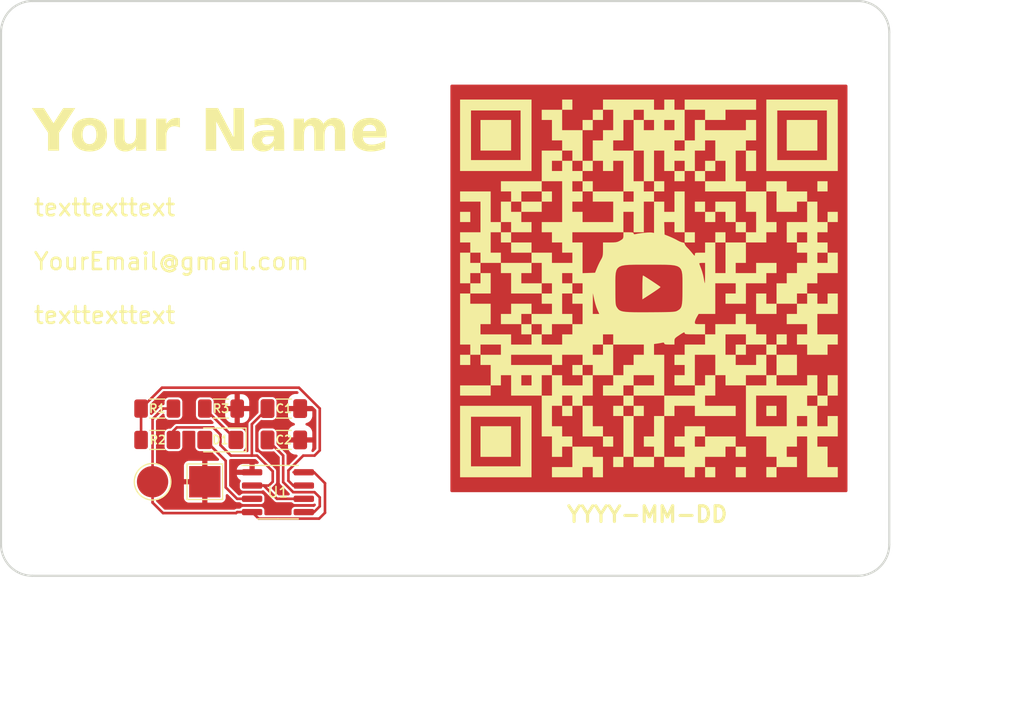
<source format=kicad_pcb>
(kicad_pcb (version 20240108) (generator "pcbnew") (generator_version "8.0")
  (title_block (title "PCB business card layout") (date "2024-12-09") (rev "1") (company "AX344") (comment 1 "Note: select \"remove order number\" when ordering"))
  (layers (0 "F.Cu" signal) (31 "B.Cu" signal) (34 "B.Paste" user) (35 "F.Paste" user) (36 "B.SilkS" user "B.Silkscreen") (37 "F.SilkS" user "F.Silkscreen") (38 "B.Mask" user) (39 "F.Mask" user) (44 "Edge.Cuts" user))
  (net 0 "")
  (net 1 "Earth")
  (net 2 "Net-(U1-THR)")
  (net 3 "Net-(D1-A)")
  (net 4 "Net-(U1-CV)")
  (net 5 "Net-(U1-DIS)")
  (net 6 "Net-(D1-K)")
  (net 7 "Net-(U1-R)")
  (footprint "TestPoint:TestPoint_Pad_3.0x3.0mm" (layer "F.Cu") (at 119.5 106)
    (property "Reference" "TP2" (hide yes))
    (property "Value" "TestPoint")
    (pad "1" smd rect (at 0 0) (size 3 3) (layers "F.Cu" "F.Mask") (net 1 "Earth"))
  )
  (footprint "Resistor_SMD:R_1206_3216Metric_Pad1.30x1.75mm_HandSolder" (layer "F.Cu") (at 114.95 99 180)
    (property "Reference" "R1" (at 0 0 0) (layer "F.SilkS") (effects (font (size 0.8 0.8))))
    (property "Value" "R")
    (pad "1" smd roundrect (at -1.55 0 180) (size 1.3 1.75) (layers "F.Cu" "F.Paste" "F.Mask") (roundrect_rratio 0.1923076923) (net 7 "Net-(U1-R)"))
    (pad "2" smd roundrect (at 1.55 0 180) (size 1.3 1.75) (layers "F.Cu" "F.Paste" "F.Mask") (roundrect_rratio 0.1923076923) (net 5 "Net-(U1-DIS)"))
  )
  (footprint "TestPoint:TestPoint_Pad_D3.0mm" (layer "F.Cu") (at 114.5 106)
    (property "Reference" "TP1" (hide yes))
    (property "Value" "TestPoint")
    (pad "1" smd circle (at 0 0) (size 3 3) (layers "F.Cu" "F.Mask") (net 7 "Net-(U1-R)"))
  )
  (footprint "LED_SMD:LED_1206_3216Metric_Pad1.42x1.75mm_HandSolder" (layer "F.Cu") (at 120.9875 102 180)
    (property "Reference" "D1" (at 0 0 0) (layer "F.SilkS") (effects (font (size 0.8 0.8))))
    (property "Value" "LED")
    (pad "1" smd roundrect (at -1.4875 0 180) (size 1.425 1.75) (layers "F.Cu" "F.Paste" "F.Mask") (roundrect_rratio 0.1754392982) (net 6 "Net-(D1-K)"))
    (pad "2" smd roundrect (at 1.4875 0 180) (size 1.425 1.75) (layers "F.Cu" "F.Paste" "F.Mask") (roundrect_rratio 0.1754392982) (net 3 "Net-(D1-A)"))
  )
  (footprint "LOGO" (layer "F.Cu") (at 162 87.5)
    (property "Reference" "G1" (hide yes))
    (property "Value" "LOGO" (hide yes))
  )
  (footprint "Capacitor_SMD:C_1206_3216Metric_Pad1.33x1.80mm_HandSolder" (layer "F.Cu") (at 127.0625 99)
    (property "Reference" "C1" (at 0 0 0) (layer "F.SilkS") (effects (font (size 0.8 0.8))))
    (property "Value" "C")
    (pad "1" smd roundrect (at -1.5625 0) (size 1.325 1.8) (layers "F.Cu" "F.Paste" "F.Mask") (roundrect_rratio 0.1886792453) (net 2 "Net-(U1-THR)"))
    (pad "2" smd roundrect (at 1.5625 0) (size 1.325 1.8) (layers "F.Cu" "F.Paste" "F.Mask") (roundrect_rratio 0.1886792453) (net 1 "Earth"))
  )
  (footprint "Package_SO:SOIC-8_3.9x4.9mm_P1.27mm" (layer "F.Cu") (at 126.5 107)
    (property "Reference" "U1" (at 0 0 0) (layer "F.SilkS"))
    (property "Value" "NE555D")
    (pad "1" smd roundrect (at -2.475 -1.905) (size 1.95 0.6) (layers "F.Cu" "F.Paste" "F.Mask") (net 1 "Earth"))
    (pad "2" smd roundrect (at -2.475 -0.635) (size 1.95 0.6) (layers "F.Cu" "F.Paste" "F.Mask") (net 2 "Net-(U1-THR)"))
    (pad "3" smd roundrect (at -2.475 0.635) (size 1.95 0.6) (layers "F.Cu" "F.Paste" "F.Mask") (net 3 "Net-(D1-A)"))
    (pad "4" smd roundrect (at -2.475 1.905) (size 1.95 0.6) (layers "F.Cu" "F.Paste" "F.Mask") (net 7 "Net-(U1-R)"))
    (pad "5" smd roundrect (at 2.475 1.905) (size 1.95 0.6) (layers "F.Cu" "F.Paste" "F.Mask") (net 4 "Net-(U1-CV)"))
    (pad "6" smd roundrect (at 2.475 0.635) (size 1.95 0.6) (layers "F.Cu" "F.Paste" "F.Mask") (net 2 "Net-(U1-THR)"))
    (pad "7" smd roundrect (at 2.475 -0.635) (size 1.95 0.6) (layers "F.Cu" "F.Paste" "F.Mask") (net 5 "Net-(U1-DIS)"))
    (pad "8" smd roundrect (at 2.475 -1.905) (size 1.95 0.6) (layers "F.Cu" "F.Paste" "F.Mask") (net 7 "Net-(U1-R)"))
  )
  (footprint "Resistor_SMD:R_1206_3216Metric_Pad1.30x1.75mm_HandSolder" (layer "F.Cu") (at 114.95 102)
    (property "Reference" "R2" (at 0.05 0 0) (layer "F.SilkS") (effects (font (size 0.8 0.8))))
    (property "Value" "R")
    (pad "1" smd roundrect (at -1.55 0) (size 1.3 1.75) (layers "F.Cu" "F.Paste" "F.Mask") (roundrect_rratio 0.1923076923) (net 5 "Net-(U1-DIS)"))
    (pad "2" smd roundrect (at 1.55 0) (size 1.3 1.75) (layers "F.Cu" "F.Paste" "F.Mask") (roundrect_rratio 0.1923076923) (net 2 "Net-(U1-THR)"))
  )
  (footprint "Capacitor_SMD:C_1206_3216Metric_Pad1.33x1.80mm_HandSolder" (layer "F.Cu") (at 127.0625 102)
    (property "Reference" "C2" (at 0 0 0) (layer "F.SilkS") (effects (font (size 0.8 0.8))))
    (property "Value" "C")
    (pad "1" smd roundrect (at -1.5625 0) (size 1.325 1.8) (layers "F.Cu" "F.Paste" "F.Mask") (roundrect_rratio 0.1886792453) (net 4 "Net-(U1-CV)"))
    (pad "2" smd roundrect (at 1.5625 0) (size 1.325 1.8) (layers "F.Cu" "F.Paste" "F.Mask") (roundrect_rratio 0.1886792453) (net 1 "Earth"))
  )
  (footprint "Resistor_SMD:R_1206_3216Metric_Pad1.30x1.75mm_HandSolder" (layer "F.Cu") (at 121.05 99)
    (property "Reference" "R3" (at 0 0 0) (layer "F.SilkS") (effects (font (size 0.8 0.8))))
    (property "Value" "R")
    (pad "1" smd roundrect (at -1.55 0) (size 1.3 1.75) (layers "F.Cu" "F.Paste" "F.Mask") (roundrect_rratio 0.1923076923) (net 6 "Net-(D1-K)"))
    (pad "2" smd roundrect (at 1.55 0) (size 1.3 1.75) (layers "F.Cu" "F.Paste" "F.Mask") (roundrect_rratio 0.1923076923) (net 1 "Earth"))
  )
  (gr_line (start 182 115) (end 103 115) (stroke (width 0.2)) (layer "Edge.Cuts"))
  (gr_arc (start 182 60) (mid 184.121321 60.878679) (end 185 63) (stroke (width 0.2)) (layer "Edge.Cuts"))
  (gr_line (start 185 63) (end 185 112) (stroke (width 0.2)) (layer "Edge.Cuts"))
  (gr_arc (start 100 63) (mid 100.878679 60.878679) (end 103 60) (stroke (width 0.2)) (layer "Edge.Cuts"))
  (gr_line (start 103 60) (end 182 60) (stroke (width 0.2)) (layer "Edge.Cuts"))
  (gr_line (start 100 112) (end 100 63) (stroke (width 0.2)) (layer "Edge.Cuts"))
  (gr_arc (start 185 112) (mid 184.121321 114.121321) (end 182 115) (stroke (width 0.2)) (layer "Edge.Cuts"))
  (gr_arc (start 103 115) (mid 100.878679 114.121321) (end 100 112) (stroke (width 0.2)) (layer "Edge.Cuts"))
  (gr_text "texttexttext\n\nYourEmail@gmail.com\n\ntexttexttext" (at 103 91 0) (layer "F.SilkS") (effects (font (size 1.6 1.6) (thickness 0.25)) (justify left bottom)))
  (gr_text "Your Name" (at 103 75 0) (layer "F.SilkS") (effects (font (size 4 4) (thickness 0.3) (bold yes)) (justify left bottom)))
  (gr_text "YYYY-MM-DD" (at 154 110 0) (layer "F.SilkS") (effects (font (size 1.5 1.5) (thickness 0.3) (bold yes)) (justify left bottom)))
  (segment (start 128.975 107.635) (end 126.405 107.635) (width 0.25) (layer "F.Cu") (net 2))
  (segment (start 126.405 107.635) (end 125.135 106.365) (width 0.25) (layer "F.Cu") (net 2))
  (segment (start 122 103.5) (end 124 103.5) (width 0.25) (layer "F.Cu") (net 2))
  (segment (start 116.5 102) (end 116.5 101.125) (width 0.25) (layer "F.Cu") (net 2))
  (segment (start 125.5 99) (end 124 100.5) (width 0.25) (layer "F.Cu") (net 2))
  (segment (start 121 102.5) (end 122 103.5) (width 0.25) (layer "F.Cu") (net 2))
  (segment (start 125.635 106.365) (end 125.135 106.365) (width 0.25) (layer "F.Cu") (net 2))
  (segment (start 116.5 101.125) (end 116.825 100.8) (width 0.25) (layer "F.Cu") (net 2))
  (segment (start 125.135 106.365) (end 124.025 106.365) (width 0.25) (layer "F.Cu") (net 2))
  (segment (start 116.825 100.8) (end 120.3 100.8) (width 0.25) (layer "F.Cu") (net 2))
  (segment (start 120.3 100.8) (end 121 101.5) (width 0.25) (layer "F.Cu") (net 2))
  (segment (start 126 105) (end 126 106) (width 0.25) (layer "F.Cu") (net 2))
  (segment (start 124 103.5) (end 124.5 103.5) (width 0.25) (layer "F.Cu") (net 2))
  (segment (start 124 100.5) (end 124 103.5) (width 0.25) (layer "F.Cu") (net 2))
  (segment (start 126 106) (end 125.635 106.365) (width 0.25) (layer "F.Cu") (net 2))
  (segment (start 124.5 103.5) (end 126 105) (width 0.25) (layer "F.Cu") (net 2))
  (segment (start 121 101.5) (end 121 102.5) (width 0.25) (layer "F.Cu") (net 2))
  (segment (start 121.5 104) (end 121.5 106.5425) (width 0.25) (layer "F.Cu") (net 3))
  (segment (start 119.5 102) (end 121.5 104) (width 0.25) (layer "F.Cu") (net 3))
  (segment (start 122.5925 107.635) (end 124.025 107.635) (width 0.25) (layer "F.Cu") (net 3))
  (segment (start 121.5 106.5425) (end 122.5925 107.635) (width 0.25) (layer "F.Cu") (net 3))
  (segment (start 130.5 107.5) (end 130 107) (width 0.25) (layer "F.Cu") (net 4))
  (segment (start 127 103.5) (end 125.5 102) (width 0.25) (layer "F.Cu") (net 4))
  (segment (start 130 107) (end 127.959092 107) (width 0.25) (layer "F.Cu") (net 4))
  (segment (start 128.975 108.905) (end 129.949999 108.905) (width 0.25) (layer "F.Cu") (net 4))
  (segment (start 129.949999 108.905) (end 130.5 108.354999) (width 0.25) (layer "F.Cu") (net 4))
  (segment (start 130.5 108.354999) (end 130.5 107.5) (width 0.25) (layer "F.Cu") (net 4))
  (segment (start 127 106.040908) (end 127 103.5) (width 0.25) (layer "F.Cu") (net 4))
  (segment (start 127.959092 107) (end 127 106.040908) (width 0.25) (layer "F.Cu") (net 4))
  (segment (start 113.4 99) (end 115.4 97) (width 0.25) (layer "F.Cu") (net 5))
  (segment (start 127.5 105.904512) (end 127.960488 106.365) (width 0.25) (layer "F.Cu") (net 5))
  (segment (start 128.919092 103.5) (end 127.5 104.919092) (width 0.25) (layer "F.Cu") (net 5))
  (segment (start 130.5 103) (end 130 103.5) (width 0.25) (layer "F.Cu") (net 5))
  (segment (start 128.5076 97) (end 130.5 98.9924) (width 0.25) (layer "F.Cu") (net 5))
  (segment (start 130.5 98.9924) (end 130.5 103) (width 0.25) (layer "F.Cu") (net 5))
  (segment (start 130 103.5) (end 128.919092 103.5) (width 0.25) (layer "F.Cu") (net 5))
  (segment (start 127.960488 106.365) (end 128.975 106.365) (width 0.25) (layer "F.Cu") (net 5))
  (segment (start 115.4 97) (end 128.5076 97) (width 0.25) (layer "F.Cu") (net 5))
  (segment (start 127.5 104.919092) (end 127.5 105.904512) (width 0.25) (layer "F.Cu") (net 5))
  (segment (start 113.4 102) (end 113.4 99) (width 0.25) (layer "F.Cu") (net 5))
  (segment (start 122.475 101.975) (end 122.475 102) (width 0.25) (layer "F.Cu") (net 6))
  (segment (start 119.5 99) (end 122.475 101.975) (width 0.25) (layer "F.Cu") (net 6))
  (segment (start 115.5 109) (end 122.5 109) (width 0.25) (layer "F.Cu") (net 7))
  (segment (start 128.975 105.095) (end 128.000001 105.095) (width 0.25) (layer "F.Cu") (net 7))
  (segment (start 122.595 108.905) (end 124.025 108.905) (width 0.25) (layer "F.Cu") (net 7))
  (segment (start 114.5 108) (end 115.5 109) (width 0.25) (layer "F.Cu") (net 7))
  (segment (start 130.44 109.53) (end 131 108.97) (width 0.25) (layer "F.Cu") (net 7))
  (segment (start 114.5 106) (end 114.5 108) (width 0.25) (layer "F.Cu") (net 7))
  (segment (start 131 108.97) (end 131 106.145001) (width 0.25) (layer "F.Cu") (net 7))
  (segment (start 131 106.145001) (end 129.949999 105.095) (width 0.25) (layer "F.Cu") (net 7))
  (segment (start 114.5 100) (end 114.5 106) (width 0.25) (layer "F.Cu") (net 7))
  (segment (start 122.5 109) (end 122.595 108.905) (width 0.25) (layer "F.Cu") (net 7))
  (segment (start 124.025 108.905) (end 124.65 109.53) (width 0.25) (layer "F.Cu") (net 7))
  (segment (start 116.5 99) (end 115.5 99) (width 0.25) (layer "F.Cu") (net 7))
  (segment (start 115.5 99) (end 114.5 100) (width 0.25) (layer "F.Cu") (net 7))
  (segment (start 124.65 109.53) (end 130.44 109.53) (width 0.25) (layer "F.Cu") (net 7))
  (segment (start 129.949999 105.095) (end 128.975 105.095) (width 0.25) (layer "F.Cu") (net 7))
  (zone (net 0) (net_name "") (layer "F.Cu") (priority 2) (connect_pads (clearance 0.5)) (min_thickness 0.25) (fill yes (thermal_gap 0.5) (thermal_bridge_width 0.5) (island_removal_mode 1) (island_area_min 10))
    (polygon (pts (xy 143 68) (xy 181 68) (xy 181 107) (xy 143 107)))
  )
  (zone (net 1) (net_name "Earth") (layer "F.Cu") (connect_pads (clearance 0.125)) (min_thickness 0.25) (fill yes (thermal_gap 0.5) (thermal_bridge_width 0.5))
    (polygon (pts (xy 112 96) (xy 132 96) (xy 132 110) (xy 112 110)))
  )
)
</source>
